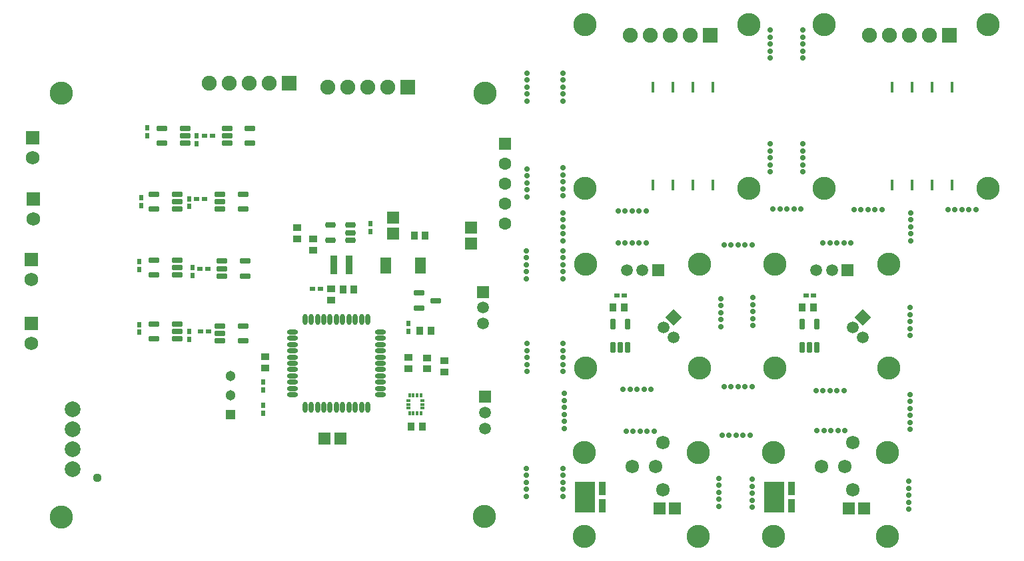
<source format=gts>
G04*
G04 #@! TF.GenerationSoftware,Altium Limited,Altium Designer,21.5.1 (32)*
G04*
G04 Layer_Color=8388736*
%FSLAX25Y25*%
%MOIN*%
G70*
G04*
G04 #@! TF.SameCoordinates,3A1198FE-CC6F-45F1-A000-1D614036FB2E*
G04*
G04*
G04 #@! TF.FilePolarity,Negative*
G04*
G01*
G75*
%ADD14R,0.01800X0.05200*%
%ADD18R,0.05512X0.07874*%
%ADD19R,0.02264X0.01378*%
%ADD20R,0.01378X0.02264*%
G04:AMPARAMS|DCode=22|XSize=51.18mil|YSize=23.62mil|CornerRadius=2.01mil|HoleSize=0mil|Usage=FLASHONLY|Rotation=0.000|XOffset=0mil|YOffset=0mil|HoleType=Round|Shape=RoundedRectangle|*
%AMROUNDEDRECTD22*
21,1,0.05118,0.01961,0,0,0.0*
21,1,0.04717,0.02362,0,0,0.0*
1,1,0.00402,0.02358,-0.00980*
1,1,0.00402,-0.02358,-0.00980*
1,1,0.00402,-0.02358,0.00980*
1,1,0.00402,0.02358,0.00980*
%
%ADD22ROUNDEDRECTD22*%
%ADD59R,0.10321X0.15361*%
%ADD60R,0.03471X0.06896*%
%ADD61R,0.05912X0.06306*%
%ADD62R,0.02762X0.02368*%
%ADD63R,0.03550X0.03943*%
G04:AMPARAMS|DCode=64|XSize=29.59mil|YSize=51.24mil|CornerRadius=3.92mil|HoleSize=0mil|Usage=FLASHONLY|Rotation=180.000|XOffset=0mil|YOffset=0mil|HoleType=Round|Shape=RoundedRectangle|*
%AMROUNDEDRECTD64*
21,1,0.02959,0.04341,0,0,180.0*
21,1,0.02175,0.05124,0,0,180.0*
1,1,0.00784,-0.01088,0.02170*
1,1,0.00784,0.01088,0.02170*
1,1,0.00784,0.01088,-0.02170*
1,1,0.00784,-0.01088,-0.02170*
%
%ADD64ROUNDEDRECTD64*%
G04:AMPARAMS|DCode=65|XSize=29.59mil|YSize=51.24mil|CornerRadius=3.92mil|HoleSize=0mil|Usage=FLASHONLY|Rotation=270.000|XOffset=0mil|YOffset=0mil|HoleType=Round|Shape=RoundedRectangle|*
%AMROUNDEDRECTD65*
21,1,0.02959,0.04341,0,0,270.0*
21,1,0.02175,0.05124,0,0,270.0*
1,1,0.00784,-0.02170,-0.01088*
1,1,0.00784,-0.02170,0.01088*
1,1,0.00784,0.02170,0.01088*
1,1,0.00784,0.02170,-0.01088*
%
%ADD65ROUNDEDRECTD65*%
%ADD66O,0.02565X0.05518*%
%ADD67O,0.05518X0.02565*%
G04:AMPARAMS|DCode=68|XSize=51.64mil|YSize=27.23mil|CornerRadius=7.81mil|HoleSize=0mil|Usage=FLASHONLY|Rotation=180.000|XOffset=0mil|YOffset=0mil|HoleType=Round|Shape=RoundedRectangle|*
%AMROUNDEDRECTD68*
21,1,0.05164,0.01161,0,0,180.0*
21,1,0.03602,0.02723,0,0,180.0*
1,1,0.01561,-0.01801,0.00581*
1,1,0.01561,0.01801,0.00581*
1,1,0.01561,0.01801,-0.00581*
1,1,0.01561,-0.01801,-0.00581*
%
%ADD68ROUNDEDRECTD68*%
%ADD69R,0.02368X0.02762*%
%ADD70R,0.03943X0.03550*%
%ADD71R,0.03747X0.09455*%
%ADD72R,0.06306X0.05912*%
%ADD73C,0.02800*%
%ADD74C,0.06778*%
%ADD75C,0.11600*%
%ADD76C,0.07487*%
%ADD77R,0.07487X0.07487*%
%ADD78R,0.05912X0.05912*%
%ADD79C,0.05912*%
%ADD80C,0.05912*%
%ADD81P,0.08361X4X360.0*%
%ADD82R,0.05912X0.05912*%
%ADD83R,0.06896X0.06896*%
%ADD84C,0.06896*%
%ADD85C,0.04447*%
%ADD86C,0.07900*%
%ADD87C,0.06306*%
%ADD88R,0.06306X0.06306*%
%ADD89R,0.05124X0.05124*%
%ADD90C,0.05124*%
D14*
X564685Y333685D02*
D03*
X554685D02*
D03*
X544685D02*
D03*
X534685D02*
D03*
Y284685D02*
D03*
X544685D02*
D03*
X554685D02*
D03*
X564685D02*
D03*
X445000Y333685D02*
D03*
X435000D02*
D03*
X425000D02*
D03*
X415000D02*
D03*
Y284685D02*
D03*
X425000D02*
D03*
X435000D02*
D03*
X445000D02*
D03*
D18*
X281339Y244500D02*
D03*
X298661D02*
D03*
D19*
X292407Y173031D02*
D03*
Y175000D02*
D03*
Y176969D02*
D03*
X299592D02*
D03*
Y175000D02*
D03*
Y173031D02*
D03*
D20*
X293047Y179577D02*
D03*
X295016D02*
D03*
X296984D02*
D03*
X298953D02*
D03*
Y170423D02*
D03*
X296984D02*
D03*
X295016D02*
D03*
X293047D02*
D03*
D22*
X306134Y227000D02*
D03*
X297866Y223260D02*
D03*
Y230740D02*
D03*
D59*
X380997Y128500D02*
D03*
X475682D02*
D03*
D60*
X389442Y132732D02*
D03*
Y124268D02*
D03*
X484127Y132732D02*
D03*
Y124268D02*
D03*
D61*
X418063Y123000D02*
D03*
X425937D02*
D03*
X512748D02*
D03*
X520622D02*
D03*
X258474Y157900D02*
D03*
X250600D02*
D03*
D62*
X396717Y229606D02*
D03*
X400654D02*
D03*
X491402D02*
D03*
X495339D02*
D03*
X248468Y233000D02*
D03*
X244531D02*
D03*
X188531Y211500D02*
D03*
X192469D02*
D03*
X188332Y242965D02*
D03*
X192269D02*
D03*
X186531Y278000D02*
D03*
X190469D02*
D03*
X190563Y309500D02*
D03*
X194500D02*
D03*
D63*
X394929Y223606D02*
D03*
X400441D02*
D03*
X489614D02*
D03*
X495126D02*
D03*
X301000Y259500D02*
D03*
X295488D02*
D03*
X299500Y164000D02*
D03*
X293988D02*
D03*
X298244Y212000D02*
D03*
X303756D02*
D03*
X259744Y232500D02*
D03*
X265256D02*
D03*
D64*
X394835Y203602D02*
D03*
X398575D02*
D03*
X402315D02*
D03*
Y215216D02*
D03*
X394835D02*
D03*
X489520Y203602D02*
D03*
X493260D02*
D03*
X497000D02*
D03*
Y215216D02*
D03*
X489520D02*
D03*
D65*
X165193Y207760D02*
D03*
Y215240D02*
D03*
X176807D02*
D03*
Y211500D02*
D03*
Y207760D02*
D03*
X165193Y239760D02*
D03*
Y247240D02*
D03*
X176807D02*
D03*
Y243500D02*
D03*
Y239760D02*
D03*
X165193Y272760D02*
D03*
Y280240D02*
D03*
X176807D02*
D03*
Y276500D02*
D03*
Y272760D02*
D03*
X169193Y305760D02*
D03*
Y313240D02*
D03*
X180807D02*
D03*
Y309500D02*
D03*
Y305760D02*
D03*
X209807Y214240D02*
D03*
Y206760D02*
D03*
X198193D02*
D03*
Y210500D02*
D03*
Y214240D02*
D03*
X210807Y246740D02*
D03*
Y239260D02*
D03*
X199193D02*
D03*
Y243000D02*
D03*
Y246740D02*
D03*
X209807Y280240D02*
D03*
Y272760D02*
D03*
X198193D02*
D03*
Y276500D02*
D03*
Y280240D02*
D03*
X213307Y313240D02*
D03*
Y305760D02*
D03*
X201693D02*
D03*
Y309500D02*
D03*
Y313240D02*
D03*
D66*
X272248Y173453D02*
D03*
X269098D02*
D03*
X265949D02*
D03*
X262799D02*
D03*
X259650D02*
D03*
X256500D02*
D03*
X253350D02*
D03*
X250201D02*
D03*
X247051D02*
D03*
X243902D02*
D03*
X240752D02*
D03*
Y217547D02*
D03*
X243902D02*
D03*
X247051D02*
D03*
X250201D02*
D03*
X253350D02*
D03*
X256500D02*
D03*
X259650D02*
D03*
X262799D02*
D03*
X265949D02*
D03*
X269098D02*
D03*
X272248D02*
D03*
D67*
X234453Y179752D02*
D03*
Y182902D02*
D03*
Y186051D02*
D03*
Y189201D02*
D03*
Y192350D02*
D03*
Y195500D02*
D03*
Y198650D02*
D03*
Y201799D02*
D03*
Y204949D02*
D03*
Y208098D02*
D03*
Y211248D02*
D03*
X278547D02*
D03*
Y208098D02*
D03*
Y204949D02*
D03*
Y201799D02*
D03*
Y198650D02*
D03*
Y195500D02*
D03*
Y192350D02*
D03*
Y189201D02*
D03*
Y186051D02*
D03*
Y182902D02*
D03*
Y179752D02*
D03*
D68*
X263441Y257260D02*
D03*
Y261000D02*
D03*
Y264740D02*
D03*
X253559D02*
D03*
Y257260D02*
D03*
D69*
X292500Y215469D02*
D03*
Y211531D02*
D03*
X273500Y261531D02*
D03*
Y265469D02*
D03*
X182944Y207581D02*
D03*
Y211519D02*
D03*
X184500Y239531D02*
D03*
Y243468D02*
D03*
X183000Y274031D02*
D03*
Y277969D02*
D03*
X186500Y305532D02*
D03*
Y309469D02*
D03*
X158000Y211032D02*
D03*
Y214968D02*
D03*
X158000Y242563D02*
D03*
Y246500D02*
D03*
X159000Y274532D02*
D03*
Y278468D02*
D03*
X162000Y309531D02*
D03*
Y313469D02*
D03*
X219984Y182095D02*
D03*
Y186031D02*
D03*
X220000Y170531D02*
D03*
Y174469D02*
D03*
D70*
X237000Y263512D02*
D03*
Y258000D02*
D03*
X254000Y227244D02*
D03*
Y232756D02*
D03*
X310500Y196756D02*
D03*
Y191244D02*
D03*
X302000Y198256D02*
D03*
Y192744D02*
D03*
X245000Y257756D02*
D03*
Y252244D02*
D03*
X292500Y198500D02*
D03*
Y192988D02*
D03*
X221000Y198756D02*
D03*
Y193244D02*
D03*
D71*
X255161Y245000D02*
D03*
X262839D02*
D03*
D72*
X324000Y255563D02*
D03*
Y263437D02*
D03*
X285000Y260563D02*
D03*
Y268437D02*
D03*
D73*
X544000Y271000D02*
D03*
Y267500D02*
D03*
Y264000D02*
D03*
Y260500D02*
D03*
Y257000D02*
D03*
X543500Y180000D02*
D03*
Y176500D02*
D03*
Y173000D02*
D03*
Y169500D02*
D03*
Y166000D02*
D03*
Y162500D02*
D03*
X510500Y182000D02*
D03*
X507000D02*
D03*
X503500D02*
D03*
X500000D02*
D03*
X496500D02*
D03*
X511000Y162000D02*
D03*
X507500D02*
D03*
X504000D02*
D03*
X500500D02*
D03*
X497000D02*
D03*
X543000Y122500D02*
D03*
Y126000D02*
D03*
Y129500D02*
D03*
Y133000D02*
D03*
Y136500D02*
D03*
X464500Y123500D02*
D03*
Y127000D02*
D03*
Y130500D02*
D03*
Y134000D02*
D03*
Y137500D02*
D03*
X448000Y124000D02*
D03*
Y127500D02*
D03*
Y131000D02*
D03*
Y134500D02*
D03*
Y138000D02*
D03*
X401500Y161500D02*
D03*
X405000D02*
D03*
X408500D02*
D03*
X412000D02*
D03*
X415500D02*
D03*
X400000Y182500D02*
D03*
X403500D02*
D03*
X407000D02*
D03*
X410500D02*
D03*
X414000D02*
D03*
X500000Y256000D02*
D03*
X503500D02*
D03*
X507000D02*
D03*
X510500D02*
D03*
X514000D02*
D03*
X543500Y223500D02*
D03*
Y220000D02*
D03*
Y216500D02*
D03*
Y213000D02*
D03*
Y209500D02*
D03*
X576500Y272500D02*
D03*
X573000D02*
D03*
X569500D02*
D03*
X566000D02*
D03*
X562500D02*
D03*
X529500D02*
D03*
X526000D02*
D03*
X522500D02*
D03*
X519000D02*
D03*
X515500D02*
D03*
X464500Y184000D02*
D03*
X461000D02*
D03*
X457500D02*
D03*
X454000D02*
D03*
X450500D02*
D03*
X463500Y159500D02*
D03*
X460000D02*
D03*
X456500D02*
D03*
X453000D02*
D03*
X449500D02*
D03*
X489000Y273000D02*
D03*
X485500D02*
D03*
X482000D02*
D03*
X478500D02*
D03*
X475000D02*
D03*
X464500Y255000D02*
D03*
X461000D02*
D03*
X457500D02*
D03*
X454000D02*
D03*
X450500D02*
D03*
X490000Y348500D02*
D03*
Y352000D02*
D03*
Y355500D02*
D03*
Y359000D02*
D03*
Y362500D02*
D03*
X473500Y348500D02*
D03*
Y352000D02*
D03*
Y355500D02*
D03*
Y359000D02*
D03*
Y362500D02*
D03*
X490000Y291500D02*
D03*
Y295000D02*
D03*
Y298500D02*
D03*
Y302000D02*
D03*
Y305500D02*
D03*
X473500Y291500D02*
D03*
Y295000D02*
D03*
Y298500D02*
D03*
Y302000D02*
D03*
Y305500D02*
D03*
X351500Y129000D02*
D03*
Y132500D02*
D03*
Y136000D02*
D03*
Y139500D02*
D03*
Y143000D02*
D03*
X370000Y129000D02*
D03*
Y132500D02*
D03*
Y136000D02*
D03*
Y139500D02*
D03*
Y143000D02*
D03*
X370500Y180500D02*
D03*
Y177000D02*
D03*
Y173500D02*
D03*
Y170000D02*
D03*
Y166500D02*
D03*
Y163000D02*
D03*
X370000Y271000D02*
D03*
Y267500D02*
D03*
Y264000D02*
D03*
Y260500D02*
D03*
Y257000D02*
D03*
X352000Y191500D02*
D03*
Y195000D02*
D03*
Y198500D02*
D03*
Y202000D02*
D03*
Y205500D02*
D03*
X370000Y191500D02*
D03*
Y195000D02*
D03*
Y198500D02*
D03*
Y202000D02*
D03*
Y205500D02*
D03*
X465000Y214500D02*
D03*
Y218000D02*
D03*
Y221500D02*
D03*
Y225000D02*
D03*
Y228500D02*
D03*
X449000Y214000D02*
D03*
Y217500D02*
D03*
Y221000D02*
D03*
Y224500D02*
D03*
Y228000D02*
D03*
X397500Y272000D02*
D03*
X401000D02*
D03*
X404500D02*
D03*
X408000D02*
D03*
X411500D02*
D03*
X397500Y256000D02*
D03*
X401000D02*
D03*
X404500D02*
D03*
X408000D02*
D03*
X411500D02*
D03*
X351500Y252000D02*
D03*
Y248500D02*
D03*
Y245000D02*
D03*
Y241500D02*
D03*
Y238000D02*
D03*
X370000Y252000D02*
D03*
Y248500D02*
D03*
Y245000D02*
D03*
Y241500D02*
D03*
Y238000D02*
D03*
Y293500D02*
D03*
Y290000D02*
D03*
Y286500D02*
D03*
Y283000D02*
D03*
Y279500D02*
D03*
X352000Y293000D02*
D03*
Y289500D02*
D03*
Y286000D02*
D03*
Y282500D02*
D03*
Y279000D02*
D03*
X370000Y341000D02*
D03*
Y337500D02*
D03*
Y334000D02*
D03*
Y330500D02*
D03*
Y327000D02*
D03*
X352000D02*
D03*
Y330500D02*
D03*
Y334000D02*
D03*
Y337500D02*
D03*
Y341000D02*
D03*
D74*
X404500Y144000D02*
D03*
X416311D02*
D03*
X420012Y155811D02*
D03*
Y132189D02*
D03*
X499185Y144000D02*
D03*
X510996D02*
D03*
X514697Y155811D02*
D03*
Y132189D02*
D03*
D75*
X380500Y151000D02*
D03*
Y109000D02*
D03*
X437500Y151000D02*
D03*
Y109000D02*
D03*
X475185Y151000D02*
D03*
Y109000D02*
D03*
X532185Y151000D02*
D03*
Y109000D02*
D03*
X582685Y365185D02*
D03*
X500685D02*
D03*
Y283185D02*
D03*
X582685Y283185D02*
D03*
X463000Y365185D02*
D03*
X381000D02*
D03*
Y283185D02*
D03*
X463000Y283185D02*
D03*
X381185Y193106D02*
D03*
Y245106D02*
D03*
X438185D02*
D03*
Y193106D02*
D03*
X475870D02*
D03*
Y245106D02*
D03*
X532870D02*
D03*
Y193106D02*
D03*
X330500Y119000D02*
D03*
X331000Y331000D02*
D03*
X119000D02*
D03*
Y118500D02*
D03*
D76*
X533185Y359685D02*
D03*
X543185D02*
D03*
X553185D02*
D03*
X523185D02*
D03*
X413500D02*
D03*
X423500D02*
D03*
X433500D02*
D03*
X403500D02*
D03*
X262314Y334000D02*
D03*
X272314D02*
D03*
X282314D02*
D03*
X252314D02*
D03*
X203000Y336000D02*
D03*
X213000D02*
D03*
X223000D02*
D03*
X193000D02*
D03*
D77*
X563185Y359685D02*
D03*
X443500D02*
D03*
X292314Y334000D02*
D03*
X233000Y336000D02*
D03*
D78*
X417559Y242106D02*
D03*
X512244D02*
D03*
D79*
X409685D02*
D03*
X401811D02*
D03*
X504370D02*
D03*
X496496D02*
D03*
X331000Y170874D02*
D03*
Y163000D02*
D03*
X330000Y223374D02*
D03*
Y215500D02*
D03*
D80*
X425185Y208606D02*
D03*
X420185Y213606D02*
D03*
X519870Y208606D02*
D03*
X514870Y213606D02*
D03*
D81*
X425185Y218606D02*
D03*
X519870D02*
D03*
D82*
X331000Y178748D02*
D03*
X330000Y231248D02*
D03*
D83*
X104000Y215500D02*
D03*
X103839Y247500D02*
D03*
X105000Y278000D02*
D03*
X104500Y308500D02*
D03*
D84*
X104000Y205500D02*
D03*
X103839Y237500D02*
D03*
X105000Y268000D02*
D03*
X104500Y298500D02*
D03*
D85*
X136902Y138299D02*
D03*
D86*
X124500Y142500D02*
D03*
Y152500D02*
D03*
Y162500D02*
D03*
Y172500D02*
D03*
D87*
X341000Y265500D02*
D03*
Y275500D02*
D03*
Y285500D02*
D03*
Y295500D02*
D03*
D88*
Y305500D02*
D03*
D89*
X203500Y170000D02*
D03*
D90*
Y179606D02*
D03*
Y189213D02*
D03*
M02*

</source>
